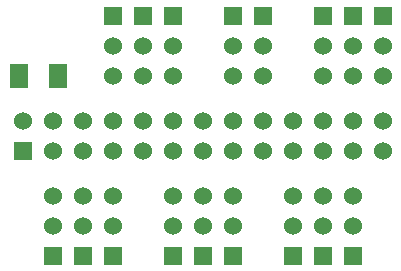
<source format=gts>
G04 (created by PCBNEW (2013-04-19 BZR 4011)-stable) date 21/10/2014 12:48:18*
%MOIN*%
G04 Gerber Fmt 3.4, Leading zero omitted, Abs format*
%FSLAX34Y34*%
G01*
G70*
G90*
G04 APERTURE LIST*
%ADD10C,0*%
%ADD11R,0.06X0.06*%
%ADD12C,0.06*%
%ADD13R,0.06X0.08*%
G04 APERTURE END LIST*
G54D10*
G54D11*
X1000Y-5500D03*
G54D12*
X1000Y-4500D03*
X2000Y-5500D03*
X2000Y-4500D03*
X3000Y-5500D03*
X3000Y-4500D03*
X4000Y-5500D03*
X4000Y-4500D03*
X5000Y-5500D03*
X5000Y-4500D03*
X6000Y-5500D03*
X6000Y-4500D03*
X7000Y-5500D03*
X7000Y-4500D03*
X8000Y-5500D03*
X8000Y-4500D03*
X9000Y-5500D03*
X9000Y-4500D03*
X10000Y-5500D03*
X10000Y-4500D03*
X11000Y-5500D03*
X11000Y-4500D03*
X12000Y-5500D03*
X12000Y-4500D03*
X13000Y-5500D03*
X13000Y-4500D03*
G54D11*
X4000Y-9000D03*
G54D12*
X4000Y-8000D03*
X4000Y-7000D03*
G54D11*
X7000Y-9000D03*
G54D12*
X7000Y-8000D03*
X7000Y-7000D03*
G54D11*
X10000Y-9000D03*
G54D12*
X10000Y-8000D03*
X10000Y-7000D03*
G54D11*
X12000Y-9000D03*
G54D12*
X12000Y-8000D03*
X12000Y-7000D03*
G54D11*
X8000Y-9000D03*
G54D12*
X8000Y-8000D03*
X8000Y-7000D03*
G54D11*
X11000Y-9000D03*
G54D12*
X11000Y-8000D03*
X11000Y-7000D03*
G54D13*
X2150Y-3000D03*
X850Y-3000D03*
G54D11*
X6000Y-9000D03*
G54D12*
X6000Y-8000D03*
X6000Y-7000D03*
G54D11*
X8000Y-1000D03*
G54D12*
X8000Y-2000D03*
X8000Y-3000D03*
G54D11*
X9000Y-1000D03*
G54D12*
X9000Y-2000D03*
X9000Y-3000D03*
G54D11*
X11000Y-1000D03*
G54D12*
X11000Y-2000D03*
X11000Y-3000D03*
G54D11*
X12000Y-1000D03*
G54D12*
X12000Y-2000D03*
X12000Y-3000D03*
G54D11*
X13000Y-1000D03*
G54D12*
X13000Y-2000D03*
X13000Y-3000D03*
G54D11*
X3000Y-9000D03*
G54D12*
X3000Y-8000D03*
X3000Y-7000D03*
G54D11*
X5000Y-1000D03*
G54D12*
X5000Y-2000D03*
X5000Y-3000D03*
G54D11*
X2000Y-9000D03*
G54D12*
X2000Y-8000D03*
X2000Y-7000D03*
G54D11*
X4000Y-1000D03*
G54D12*
X4000Y-2000D03*
X4000Y-3000D03*
G54D11*
X6000Y-1000D03*
G54D12*
X6000Y-2000D03*
X6000Y-3000D03*
M02*

</source>
